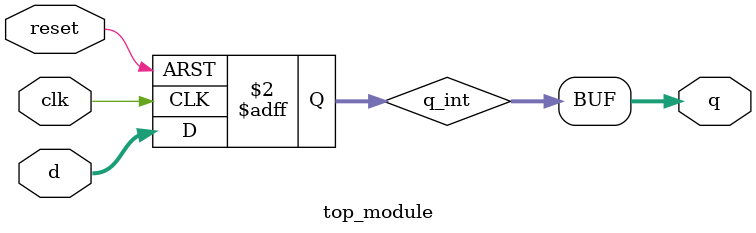
<source format=sv>
module top_module(
	input clk,
	input [7:0] d,
	input reset,
	output reg [7:0] q);
	
	reg [7:0] q_int;
	
	always @(posedge clk or posedge reset) begin
		if (reset)
			q_int <= 8'b0;
		else
			q_int <= d;
	end
	
	assign q = q_int;
endmodule

</source>
